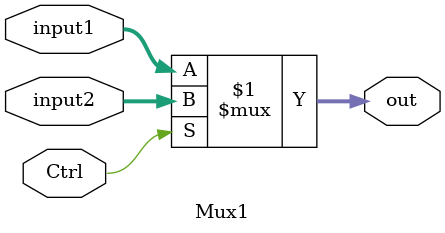
<source format=v>
`timescale 1ns / 1ps
`define OPCODE_ANDREG 11'b?0001010???
`define OPCODE_ORRREG 11'b?0101010???
`define OPCODE_ADDREG 11'b?0?01011???
`define OPCODE_SUBREG 11'b?1?01011???

`define OPCODE_ADDIMM 11'b?0?10001???
`define OPCODE_SUBIMM 11'b?1?10001???

`define OPCODE_MOVZ   11'b110100101??

`define OPCODE_B      11'b?00101?????
`define OPCODE_CBZ    11'b?011010????

`define OPCODE_LDUR   11'b??111000010
`define OPCODE_STUR   11'b??111000000

`define SIZE 1024

module singlecycle(
  input 	     resetl,
  input [63:0]      startpc,
  output reg [63:0] currentpc,
  output [63:0]     MemtoRegOut,  // this should be
  // attached to the
  // output of the
  // MemtoReg Mux
  input 	     CLK
);

  // Next PC connections
  wire [63:0] 			     nextpc;       // The next PC, to be updated on clock cycle

  // Instruction Memory connections
  wire [31:0] 			     instruction;  // The current instruction

  // Parts of instruction
  wire [4:0] 			     rd;            // The destination register
  wire [4:0] 			     rm;            // Operand 1
  wire [4:0] 			     rn;            // Operand 2
  wire [10:0] 			     opcode;

  // Control wires
  wire 			     reg2loc;
  wire 			     alusrc;
  wire 			     mem2reg;
  wire 			     regwrite;
  wire 			     memread;
  wire 			     memwrite;
  wire 			     branch;
  wire 			     uncond_branch;
  wire [3:0] 			     aluctrl;
  wire [2:0] 			     signop;

  // Register file connections
  wire [63:0] 			     regoutA;     // Output A
  wire [63:0] 			     regoutB;     // Output B

  // ALU connections
  wire [63:0] 			     aluout;
  wire 			     	   zero;
  wire [63:0]				  aluin;

  // Sign Extender connections
  wire [63:0] 			     extimm;

  //Data Memory connection
  wire [63:0] 				 readdata;

  // PC update logic
  always @(negedge CLK)
    begin
      if (resetl)
        currentpc <= #3 nextpc;
      else
        currentpc <= #3 startpc;
    end

  // Parts of instruction
  assign rd = instruction[4:0];
  assign rm = instruction[9:5];
  assign rn = reg2loc ? instruction[4:0] : instruction[20:16];
  assign opcode = instruction[31:21];

  InstructionMemory imem(
    .Data(instruction),
    .Address(currentpc)
  );

  //connections
  control control(
    .reg2loc(reg2loc),
    .alusrc(alusrc),
    .mem2reg(mem2reg),
    .regwrite(regwrite),
    .memread(memread),
    .memwrite(memwrite),
    .branch(branch),
    .uncond_branch(uncond_branch),
    .aluop(aluctrl),
    .signop(signop),
    .opcode(opcode)
  );
	
  Mux1 Mux1(
    .out(aluin),
    .input1(regoutB),
    .input2(extimm),
    .Ctrl(alusrc)
  );
//registerfile connections
  RegisterFile RegisterFile(
    .BusA(regoutA),
    .BusB(regoutB),
    .BusW(MemtoRegOut),
    .RA(instruction[9:5]),
    .RB(rn), 
    .RW(rd),
    .RegWr(regwrite),
    .Clk(CLK)
  );
//nextPC logic connections
  NextPClogic NextPClogic(
    .NextPC(nextpc),
    .CurrentPC(currentpc),
    .SignExtImm64(extimm),
    .Branch(branch),
    .ALUZero(zero),
    .Uncondbranch(uncond_branch)
  );


//ALU connections
  ALU ALU(
    .BusW(aluout),
    .Zero(zero),
    .BusA(regoutA),
    .BusB(aluin), 
    .ALUCtrl(aluctrl)
  );
  //signExtender connections
  SignExtender SignExtender(
    .BusImm(extimm),
    .Imm32(instruction[25:0]),
    .Ctrl(signop)
  );

  Mux1 Mux2 (
    .out(MemtoRegOut),
    .input1(aluout),
    .input2(readdata),
    .Ctrl(mem2reg)
  );
	//data memory connection
  DataMemory DataMemory(
    .ReadData(readdata),
    .Address(aluout),
    .WriteData(regoutB) ,
    .MemoryRead(memread) ,
    .MemoryWrite(memwrite) ,
    .Clock(CLK)
  );


endmodule

module SignExtender(BusImm, Imm32, Ctrl); 
  //inputs and outputs
  output reg [63:0] BusImm; 
  input [25:0] Imm32; 
  input [2:0] Ctrl; 

  always @(*)
    begin
      //$display("Imm32);
      case(Ctrl) //Ctrl tells which option it is
        3'b000://Checks the ctrl bit for I-type
          begin
            BusImm = {52'b0,Imm32[21:10]}; //sign extends immediate
          end
        3'b001: //checks the ctrl bit for B-type
          begin
            BusImm = {{36{Imm32[25]}},Imm32[25:0], 2'b0}; //extends BR address
          end
        3'b010: //checks the first bit for CB
          begin
            BusImm = {{43{Imm32[23]}},Imm32[23:5], 2'b0};//BR_address
          end
        3'b011: //checks the first bit for D-type
          begin
            BusImm = {{55{Imm32[20]}},Imm32[20:12]}; //sign extends DT_ address
          end
       3'b100: //MOVZ
          begin
            BusImm = {48'b0, Imm32[20:5]}; //sign extend the input
            case(Imm32[21:20])
                 2'b00:
                 begin
                   BusImm = BusImm << 32; //shift 32 to the left
                 end
                 2'b01:
                 begin
                   BusImm = BusImm; //dont shift at all
                 end
                 2'b10:
                 begin
                   BusImm = BusImm << 48; //shift 48 bits to the left
                 end
                 2'b11:
                 begin
                   BusImm = BusImm << 16; //shift 16 bits to the left
                 end
              default:
                BusImm <= BusImm; //default case
            endcase
          end
        default:
          BusImm = 64'bX;
      endcase
    end
endmodule

module ALU(BusW, Zero , BusA , BusB , ALUCtrl ) ;
  //start inputs and outputs
  output reg [63:0] BusW;
  output Zero;
  input [63:0] BusA, BusB;
  input [3:0] ALUCtrl;
  assign Zero = (BusW==64'b0)?1'b1:1'b0;
  always @(*)
    begin
      case (ALUCtrl) //each CTRL value has a different operation

        4'b0000:
          begin
            BusW = BusA & BusB; //AND
          end
        4'b0001:
          begin
            BusW = BusA | BusB; //OR
          end
        4'b0010:
          begin
            BusW = BusA + BusB; //ADD
          end
        4'b0110:
          begin
            BusW = BusA - BusB; // SUB
          end
        4'b0111:
          begin
            BusW = BusB; // PassB
          end
        default:
          BusW =64'bx;
      endcase
    end
endmodule

module RegisterFile(BusA, BusB, BusW, RA, RB, RW, RegWr, Clk);
  output [63:0] BusA;
  output [63:0] BusB;
  input [63:0] BusW;
  input [4:0] RA;
  input [4:0] RB;
  input [4:0] RW;
  input RegWr;
  input Clk;
  reg [63:0] registers [31:0];
  initial registers[31] = 64'b0;
  assign #2 BusA = (RA!=5'd31)?registers[RA]:64'b0; //set output to 31 if RA accessing register 31, else return element in specified register
  assign #2 BusB = (RB!=5'd31)?registers[RB]:64'b0; //set output of BusB if RB is accessing register 31, else return element at specified register

  always @ (negedge Clk) begin
    //$display("BusB:%h", BusB);
    if(RegWr)
      registers[RW] <= #3 BusW;
  end
endmodule


//`timescale 1ns / 1ps
module control(
  output reg 	reg2loc,
  output reg 	alusrc,
  output reg 	mem2reg,
  output reg 	regwrite,
  output reg 	memread,
  output reg 	memwrite,
  output reg 	branch,
  output reg 	uncond_branch,
  output reg [3:0] aluop,
  output reg [2:0] signop,
  input [10:0] 	opcode
);

  always @(*)
    begin
      casez (opcode)
        `OPCODE_ANDREG: //control bits for and
          begin
            reg2loc       = 1'b0;
            alusrc        = 1'b0;
            mem2reg       = 1'b0;
            regwrite      = 1'b1;
            memread       = 1'b0;
            memwrite      = 1'b0;
            branch        = 1'b0;
            uncond_branch = 1'b0;
            aluop         = 4'b0000;
            signop        = 3'bxxx;
          end
        `OPCODE_ORRREG: //control bits for or
          begin
            reg2loc       = 1'b0;
            alusrc        = 1'b0;
            mem2reg       = 1'b0;
            regwrite      = 1'b1;
            memread       = 1'b0;
            memwrite      = 1'b0;
            branch        = 1'b0;
            uncond_branch = 1'b0;
            aluop         = 4'b0001;
            signop        = 3'bxxx;
          end
        `OPCODE_ADDREG: //control bits for regular ADD
          begin
            reg2loc       = 1'b0;
            alusrc        = 1'b0;
            mem2reg       = 1'b0;
            regwrite      = 1'b1;
            memread       = 1'b0;
            memwrite      = 1'b0;
            branch        = 1'b0;
            uncond_branch = 1'b0;
            aluop         = 4'b0010;
            signop        = 3'bxxx;
          end
        `OPCODE_SUBREG: //control bits for regular SUB
          begin
            reg2loc       = 1'b0;
            alusrc        = 1'b0;
            mem2reg       = 1'b0;
            regwrite      = 1'b1;
            memread       = 1'b0;
            memwrite      = 1'b0;
            branch        = 1'b0;
            uncond_branch = 1'b0;
            aluop         = 4'b0110;
            signop        = 3'bxxx;
          end
        `OPCODE_ADDIMM: //control bits for ADD
          begin
            reg2loc       = 1'b0;
            alusrc        = 1'b1;
            mem2reg       = 1'b0;
            regwrite      = 1'b1;
            memread       = 1'b0;
            memwrite      = 1'b0;
            branch        = 1'b0;
            uncond_branch = 1'b0;
            aluop         = 4'b0010;
            signop        = 3'b000;
          end
        `OPCODE_SUBIMM: //control bits for sub
          begin
            reg2loc       = 1'b0;
            alusrc        = 1'b1;
            mem2reg       = 1'b0;
            regwrite      = 1'b1;
            memread       = 1'b0;
            memwrite      = 1'b0;
            branch        = 1'b0;
            uncond_branch = 1'b0;
            aluop         = 4'b0110;
            signop        = 3'b000;
          end
        `OPCODE_MOVZ: //control bits for MOVZ
          begin
            reg2loc       = 1'bX;
            alusrc        = 1'b1;
            mem2reg       = 1'b0;
            regwrite      = 1'b1;
            memread       = 1'b0;
            memwrite      = 1'b0;
            branch        = 1'b0;
            uncond_branch = 1'b0;
            aluop         = 4'b0111;
            signop        = 3'b100;
          end
        `OPCODE_B: //control bits for Branch
          begin
            reg2loc       = 1'bX;
            alusrc        = 1'bX;
            mem2reg       = 1'bX;
            regwrite      = 1'b0;
            memread       = 1'b0;
            memwrite      = 1'b0;
            branch        = 1'bX;
            uncond_branch = 1'b1;
            aluop         = 4'bXXXX;
            signop        = 3'b001;
          end
        `OPCODE_CBZ: //contrl bits for CBZ
          begin
            reg2loc       = 1'b1;
            alusrc        = 1'b0;
            mem2reg       = 1'bX;
            regwrite      = 1'b0;
            memread       = 1'b0;
            memwrite      = 1'b0;
            branch        = 1'b1;
            uncond_branch = 1'b0;
            aluop         = 4'b0111;
            signop        = 3'b010;
          end
        `OPCODE_LDUR: //control bits for load
          begin
            reg2loc       = 1'bX;
            alusrc        = 1'b1;
            mem2reg       = 1'b1;
            regwrite      = 1'b1;
            memread       = 1'b1;
            memwrite      = 1'b0;
            branch        = 1'b0;
            uncond_branch = 1'b0;
            aluop         = 4'b0010;
            signop        = 3'b011;
          end
        `OPCODE_STUR: //control bits for store command
          begin
            reg2loc       = 1'b1;
            alusrc        = 1'b1;
            mem2reg       = 1'bX;
            regwrite      = 1'b0;
            memread       = 1'b0;
            memwrite      = 1'b1;
            branch        = 1'b0;
            uncond_branch = 1'b0;
            aluop         = 4'b0010;
            signop        = 3'b011;
          end
        default:
          begin
            reg2loc       = 1'bx;
            alusrc        = 1'bx;
            mem2reg       = 1'bx;
            regwrite      = 1'bx;
            memread       = 1'bx;
            memwrite      = 1'bx;
            branch        = 1'bx;
            uncond_branch = 1'bx;
            aluop         = 4'bxxxx;
            signop        = 3'bxxx;
          end
      endcase
    end

endmodule

module InstructionMemory(Data, Address);
   parameter T_rd = 20;
   parameter MemSize = 40;
   
   output [31:0] Data;
   input [63:0]  Address;
   reg [31:0] 	 Data;
   
   /*
    * ECEN 350 Processor Test Functions
    * Texas A&M University
    */
   
   always @ (Address) begin

      case(Address)

	/* Test Program 1:
	 * Program loads constants from the data memory. Uses these constants to test
	 * the following instructions: LDUR, ORR, AND, CBZ, ADD, SUB, STUR and B.
	 * 
	 * Assembly code for test:
	 * 
	 * 0: LDUR X9, [XZR, 0x0]    //Load 1 into x9
	 * 4: LDUR X10, [XZR, 0x8]   //Load a into x10
	 * 8: LDUR X11, [XZR, 0x10]  //Load 5 into x11
	 * C: LDUR X12, [XZR, 0x18]  //Load big constant into x12
	 * 10: LDUR X13, [XZR, 0x20]  //load a 0 into X13
	 * 
	 * 14: ORR X10, X10, X11  //Create mask of 0xf
	 * 18: AND X12, X12, X10  //Mask off low order bits of big constant
	 * 
	 * loop:
	 * 1C: CBZ X12, end  //while X12 is not 0
	 * 20: ADD X13, X13, X9  //Increment counter in X13
	 * 24: SUB X12, X12, X9  //Decrement remainder of big constant in X12
	 * 28: B loop  //Repeat till X12 is 0
	 * 2C: STUR X13, [XZR, 0x20]  //store back the counter value into the memory location 0x20
	 */
	

        //given test data that performs the assembly code above
        63'h000: Data = 32'hF84003E9;
        63'h004: Data = 32'hF84083EA;
        63'h008: Data = 32'hF84103EB;
        63'h00c: Data = 32'hF84183EC;
        63'h010: Data = 32'hF84203ED;
        63'h014: Data = 32'hAA0B014A;
        63'h018: Data = 32'h8A0A018C;
        63'h01c: Data = 32'hB400008C;
        63'h020: Data = 32'h8B0901AD;
        
        63'h024: Data = 32'hCB09018C; 
        63'h028: Data = 32'h17FFFFFD;
        63'h02c: Data = 32'hF80203ED; //STUR 1111 1000 0000 0010 0000 0011 1110 1101
        63'h030: Data = 32'hF84203ED;  //One last load to place stored value on memdbus for test checking.
        
        
        //start of our test code
        63'h034: Data = 32'hD2e24689; //Movz x9 1234 lsl 48
        63'h038: Data = 32'hD2CACF01; //Movz x1 5678 lsl 32
        63'h03c: Data = 32'h8B010129; //ADD X9, X9, X1
        63'h040: Data = 32'hD2B35781; //Movz x1 9abc lsl 16
        63'h044: Data = 32'h8B010129; //ADD x9, X9, x1
        63'h048: Data = 32'hD29BDE01; //Movz x1 def0 lsl 0
        63'h04c: Data = 32'h8B010129; //ADD x9, X9, X1
        63'h050: Data = 32'hF80283E9; //STUR x9, [xzr, 0x28]
        63'h054: Data = 32'hF84283EA; //LDUR x10, [xzr, 0x28]
        

	
	default: Data = 32'hXXXXXXXX;
      endcase
   end
endmodule

module NextPClogic(NextPC, CurrentPC, SignExtImm64, Branch, ALUZero, Uncondbranch); 
  input [63:0] CurrentPC, SignExtImm64; 
  input Branch, ALUZero, Uncondbranch; 
  output reg [63:0] NextPC; 
  reg [63:0] TempIMM;
  always@(*)
    begin
      TempIMM = SignExtImm64;
      if (Uncondbranch == 1'b1) //instruction is unconditional branch
        begin
          NextPC <= CurrentPC+TempIMM;
        end
      else if (Branch == 1'b1) //current instruction is conditional branch
        begin
          if (ALUZero == 1'b1)
            NextPC <= CurrentPC+TempIMM;
          else
            NextPC <= CurrentPC+4;
        end
      else //default nextPC logic
        begin
          NextPC <= CurrentPC+4;
        end

    end
endmodule

module DataMemory(ReadData , Address , WriteData , MemoryRead , MemoryWrite , Clock);
  input [63:0]      WriteData;
  input [63:0]      Address;
  input             Clock, MemoryRead, MemoryWrite;
  output reg [63:0] ReadData;

  reg [7:0] 	     memBank [`SIZE-1:0];


  // This task is used to write arbitrary data to the Data Memory by
  // the intialization block.
  task initset;
    input [63:0] addr;
    input [63:0] data;
    begin
      memBank[addr] =  data[63:56] ; // Big-endian for the win...
      memBank[addr+1] =  data[55:48];
      memBank[addr+2] =  data[47:40];
      memBank[addr+3] =  data[39:32];
      memBank[addr+4] =  data[31:24];
      memBank[addr+5] =  data[23:16];
      memBank[addr+6] =  data[15:8];
      memBank[addr+7] =  data[7:0];
    end
  endtask


  initial
    begin
      // preseting some data in the data memory used by test #1

      // Address 0x0 gets 0x1
      initset( 64'h0,  64'h1);  //Counter variable
      initset( 64'h8,  64'ha);  //Part of mask
      initset( 64'h10, 64'h5);  //Other part of mask
      initset( 64'h18, 64'h0ffbea7deadbeeff); //big constant
      initset( 64'h20, 64'h0); //clearing space

      // Add any data you need for your tests here.

    end

  // This always block reads the data memory and places a double word
  // on the ReadData bus.
  always @(posedge Clock)
    begin
      if(MemoryRead)
        begin
          ReadData[63:56] <=  memBank[Address];
          ReadData[55:48] <=  memBank[Address+1];
          ReadData[47:40] <=  memBank[Address+2];
          ReadData[39:32] <=  memBank[Address+3];
          ReadData[31:24] <=  memBank[Address+4];
          ReadData[23:16] <=  memBank[Address+5];
          ReadData[15:8] <=  memBank[Address+6];
          ReadData[7:0] <=  memBank[Address+7];
          //%display("DMEM %h",ReadData);
        end
    end

  // This always block takes data from the WriteData bus and writes
  // it into the DataMemory.
  always @(posedge Clock)
    begin
      if(MemoryWrite)
        begin
          memBank[Address] <= #3 WriteData[63:56] ;
          memBank[Address+1] <= #3 WriteData[55:48];
          memBank[Address+2] <= #3 WriteData[47:40];
          memBank[Address+3] <= #3 WriteData[39:32];
          memBank[Address+4] <= #3 WriteData[31:24];
          memBank[Address+5] <= #3 WriteData[23:16];
          memBank[Address+6] <= #3 WriteData[15:8];
          memBank[Address+7] <= #3 WriteData[7:0];
          // Could be useful for debugging:
          //$display("Writing Address:%h Data:%h",WriteData, memBank['h8]);
        end
    end
endmodule

module Mux1(out, input1, input2, Ctrl);
  output [63:0] out;
  input [63:0] input1, input2;
  input Ctrl;
  assign out = Ctrl ? input2 : input1;
endmodule
</source>
